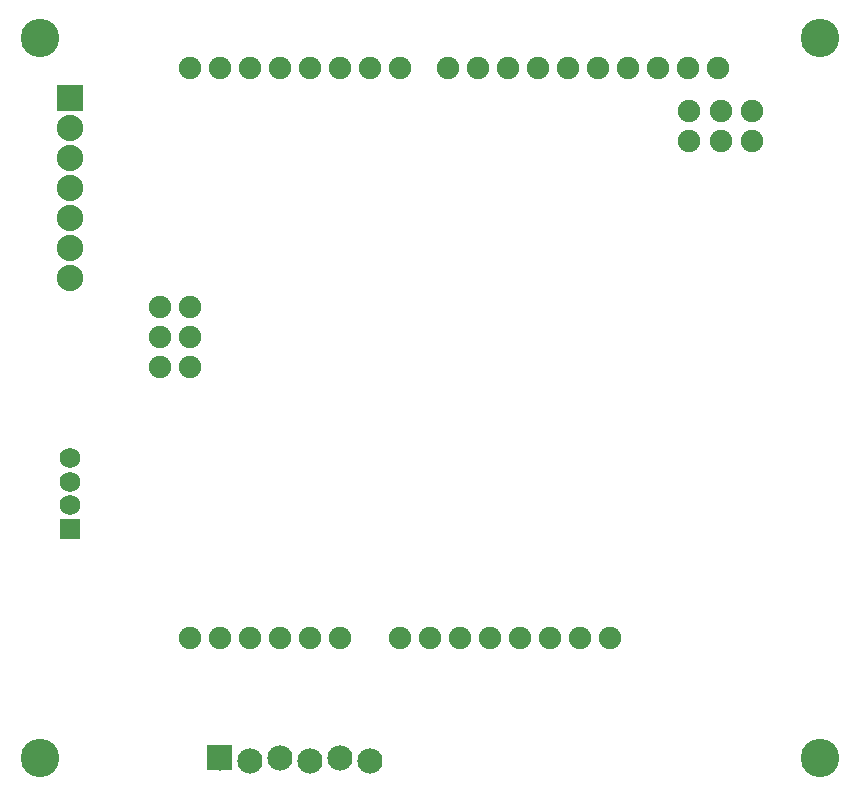
<source format=gts>
G04 MADE WITH FRITZING*
G04 WWW.FRITZING.ORG*
G04 DOUBLE SIDED*
G04 HOLES PLATED*
G04 CONTOUR ON CENTER OF CONTOUR VECTOR*
%ASAXBY*%
%FSLAX23Y23*%
%MOIN*%
%OFA0B0*%
%SFA1.0B1.0*%
%ADD10C,0.084000*%
%ADD11C,0.069200*%
%ADD12C,0.088000*%
%ADD13C,0.075278*%
%ADD14C,0.128110*%
%ADD15R,0.069200X0.069200*%
%ADD16R,0.088000X0.088000*%
%ADD17R,0.001000X0.001000*%
%LNMASK1*%
G90*
G70*
G54D10*
X722Y145D03*
X822Y135D03*
X922Y145D03*
X1022Y135D03*
X1122Y145D03*
X1222Y135D03*
X722Y145D03*
X822Y135D03*
X922Y145D03*
X1022Y135D03*
X1122Y145D03*
X1222Y135D03*
G54D11*
X222Y908D03*
X222Y1145D03*
X222Y1066D03*
X222Y987D03*
G54D12*
X222Y2345D03*
X222Y2245D03*
X222Y2145D03*
X222Y2045D03*
X222Y1945D03*
X222Y1845D03*
X222Y1745D03*
G54D13*
X1022Y545D03*
X922Y545D03*
X822Y545D03*
X722Y545D03*
X622Y545D03*
X1482Y2445D03*
X1582Y2445D03*
X1682Y2445D03*
X1782Y2445D03*
X1882Y2445D03*
X1982Y2445D03*
X2082Y2445D03*
X2182Y2445D03*
X2282Y2445D03*
X2382Y2445D03*
X622Y2445D03*
X722Y2445D03*
X822Y2445D03*
X922Y2445D03*
X1022Y2445D03*
X1122Y2445D03*
X1222Y2445D03*
X1322Y2445D03*
X1922Y545D03*
X2022Y545D03*
X1822Y545D03*
X1722Y545D03*
X1622Y545D03*
X1522Y545D03*
X1422Y545D03*
X1322Y545D03*
X1122Y545D03*
X524Y1647D03*
X624Y1647D03*
X524Y1548D03*
X624Y1548D03*
X524Y1449D03*
X624Y1449D03*
X2392Y2302D03*
X2392Y2202D03*
X2288Y2302D03*
X2288Y2202D03*
X2496Y2302D03*
X2496Y2202D03*
X1022Y545D03*
X922Y545D03*
X822Y545D03*
X722Y545D03*
X622Y545D03*
X1482Y2445D03*
X1582Y2445D03*
X1682Y2445D03*
X1782Y2445D03*
X1882Y2445D03*
X1982Y2445D03*
X2082Y2445D03*
X2182Y2445D03*
X2282Y2445D03*
X2382Y2445D03*
X622Y2445D03*
X722Y2445D03*
X822Y2445D03*
X922Y2445D03*
X1022Y2445D03*
X1122Y2445D03*
X1222Y2445D03*
X1322Y2445D03*
X1922Y545D03*
X2022Y545D03*
X1822Y545D03*
X1722Y545D03*
X1622Y545D03*
X1522Y545D03*
X1422Y545D03*
X1322Y545D03*
X1122Y545D03*
X524Y1647D03*
X624Y1647D03*
X524Y1548D03*
X624Y1548D03*
X524Y1449D03*
X624Y1449D03*
X2392Y2302D03*
X2392Y2202D03*
X2288Y2302D03*
X2288Y2202D03*
X2496Y2302D03*
X2496Y2202D03*
G54D14*
X2722Y2545D03*
X2722Y145D03*
X122Y145D03*
X122Y2545D03*
G54D15*
X222Y908D03*
G54D16*
X222Y2345D03*
G54D17*
X682Y187D02*
X764Y187D01*
X681Y186D02*
X764Y186D01*
X681Y185D02*
X764Y185D01*
X681Y184D02*
X764Y184D01*
X681Y183D02*
X764Y183D01*
X681Y182D02*
X764Y182D01*
X681Y181D02*
X764Y181D01*
X681Y180D02*
X764Y180D01*
X681Y179D02*
X764Y179D01*
X681Y178D02*
X764Y178D01*
X681Y177D02*
X764Y177D01*
X681Y176D02*
X764Y176D01*
X681Y175D02*
X764Y175D01*
X681Y174D02*
X764Y174D01*
X681Y173D02*
X764Y173D01*
X681Y172D02*
X764Y172D01*
X681Y171D02*
X764Y171D01*
X681Y170D02*
X764Y170D01*
X681Y169D02*
X764Y169D01*
X681Y168D02*
X764Y168D01*
X681Y167D02*
X764Y167D01*
X681Y166D02*
X764Y166D01*
X681Y165D02*
X764Y165D01*
X681Y164D02*
X764Y164D01*
X681Y163D02*
X764Y163D01*
X681Y162D02*
X764Y162D01*
X681Y161D02*
X764Y161D01*
X681Y160D02*
X721Y160D01*
X725Y160D02*
X764Y160D01*
X681Y159D02*
X716Y159D01*
X729Y159D02*
X764Y159D01*
X681Y158D02*
X715Y158D01*
X731Y158D02*
X764Y158D01*
X681Y157D02*
X713Y157D01*
X732Y157D02*
X764Y157D01*
X681Y156D02*
X712Y156D01*
X734Y156D02*
X764Y156D01*
X681Y155D02*
X711Y155D01*
X735Y155D02*
X764Y155D01*
X681Y154D02*
X710Y154D01*
X735Y154D02*
X764Y154D01*
X681Y153D02*
X709Y153D01*
X736Y153D02*
X764Y153D01*
X681Y152D02*
X709Y152D01*
X737Y152D02*
X764Y152D01*
X681Y151D02*
X708Y151D01*
X737Y151D02*
X764Y151D01*
X681Y150D02*
X708Y150D01*
X738Y150D02*
X764Y150D01*
X681Y149D02*
X708Y149D01*
X738Y149D02*
X764Y149D01*
X681Y148D02*
X708Y148D01*
X738Y148D02*
X764Y148D01*
X681Y147D02*
X707Y147D01*
X738Y147D02*
X764Y147D01*
X681Y146D02*
X707Y146D01*
X738Y146D02*
X764Y146D01*
X681Y145D02*
X707Y145D01*
X738Y145D02*
X764Y145D01*
X681Y144D02*
X707Y144D01*
X738Y144D02*
X764Y144D01*
X681Y143D02*
X707Y143D01*
X738Y143D02*
X764Y143D01*
X681Y142D02*
X708Y142D01*
X738Y142D02*
X764Y142D01*
X681Y141D02*
X708Y141D01*
X738Y141D02*
X764Y141D01*
X681Y140D02*
X708Y140D01*
X737Y140D02*
X764Y140D01*
X681Y139D02*
X709Y139D01*
X737Y139D02*
X764Y139D01*
X681Y138D02*
X709Y138D01*
X736Y138D02*
X764Y138D01*
X681Y137D02*
X710Y137D01*
X736Y137D02*
X764Y137D01*
X681Y136D02*
X710Y136D01*
X735Y136D02*
X764Y136D01*
X681Y135D02*
X711Y135D01*
X734Y135D02*
X764Y135D01*
X681Y134D02*
X712Y134D01*
X733Y134D02*
X764Y134D01*
X681Y133D02*
X714Y133D01*
X732Y133D02*
X764Y133D01*
X681Y132D02*
X715Y132D01*
X731Y132D02*
X764Y132D01*
X681Y131D02*
X717Y131D01*
X728Y131D02*
X764Y131D01*
X681Y130D02*
X764Y130D01*
X681Y129D02*
X764Y129D01*
X681Y128D02*
X764Y128D01*
X681Y127D02*
X764Y127D01*
X681Y126D02*
X764Y126D01*
X681Y125D02*
X764Y125D01*
X681Y124D02*
X764Y124D01*
X681Y123D02*
X764Y123D01*
X681Y122D02*
X764Y122D01*
X681Y121D02*
X764Y121D01*
X681Y120D02*
X764Y120D01*
X681Y119D02*
X764Y119D01*
X681Y118D02*
X764Y118D01*
X681Y117D02*
X764Y117D01*
X681Y116D02*
X764Y116D01*
X681Y115D02*
X764Y115D01*
X681Y114D02*
X764Y114D01*
X681Y113D02*
X764Y113D01*
X681Y112D02*
X764Y112D01*
X681Y111D02*
X764Y111D01*
X681Y110D02*
X764Y110D01*
X681Y109D02*
X764Y109D01*
X681Y108D02*
X764Y108D01*
X681Y107D02*
X764Y107D01*
X681Y106D02*
X764Y106D01*
X681Y105D02*
X764Y105D01*
X681Y104D02*
X764Y104D01*
D02*
G04 End of Mask1*
M02*
</source>
